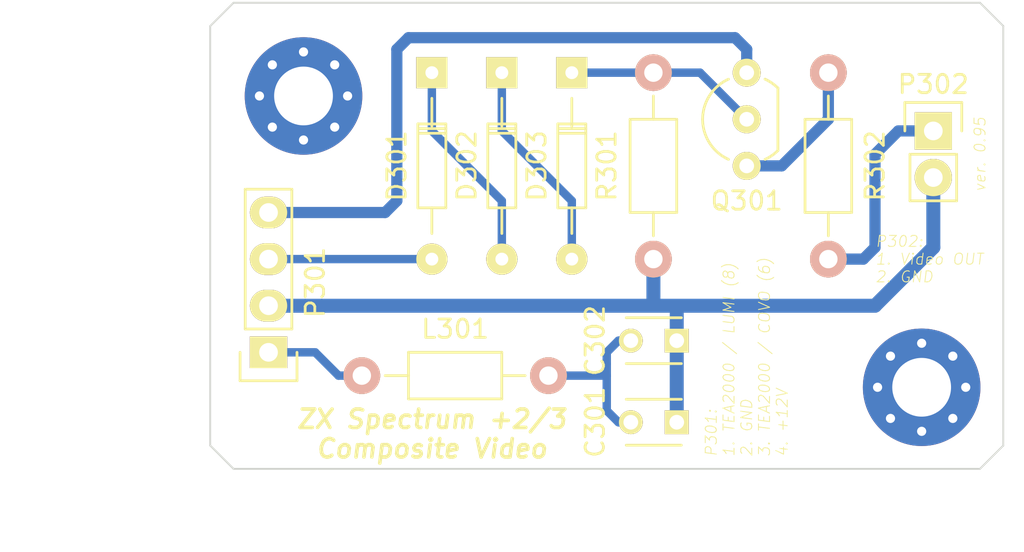
<source format=kicad_pcb>
(kicad_pcb (version 4) (host pcbnew 4.0.4-stable)

  (general
    (links 15)
    (no_connects 0)
    (area 135.839999 86.309999 179.120001 111.810001)
    (thickness 1.6)
    (drawings 18)
    (tracks 47)
    (zones 0)
    (modules 13)
    (nets 11)
  )

  (page A4)
  (title_block
    (title "ZX Spectrum +2A/3 Composite Video PCB")
    (date 2016-10-23)
    (rev 0.9)
  )

  (layers
    (0 F.Cu signal)
    (31 B.Cu signal)
    (32 B.Adhes user)
    (33 F.Adhes user)
    (34 B.Paste user)
    (35 F.Paste user)
    (36 B.SilkS user)
    (37 F.SilkS user)
    (38 B.Mask user)
    (39 F.Mask user)
    (40 Dwgs.User user)
    (41 Cmts.User user)
    (42 Eco1.User user)
    (43 Eco2.User user)
    (44 Edge.Cuts user)
    (45 Margin user hide)
    (46 B.CrtYd user)
    (47 F.CrtYd user)
    (48 B.Fab user)
    (49 F.Fab user)
  )

  (setup
    (last_trace_width 0.4572)
    (trace_clearance 0.1524)
    (zone_clearance 0.508)
    (zone_45_only no)
    (trace_min 0.1524)
    (segment_width 0.2)
    (edge_width 0.1)
    (via_size 0.6)
    (via_drill 0.4)
    (via_min_size 0.4)
    (via_min_drill 0.3)
    (uvia_size 0.3)
    (uvia_drill 0.1)
    (uvias_allowed no)
    (uvia_min_size 0.2)
    (uvia_min_drill 0.1)
    (pcb_text_width 0.3)
    (pcb_text_size 1.5 1.5)
    (mod_edge_width 0.15)
    (mod_text_size 1 1)
    (mod_text_width 0.15)
    (pad_size 1.5 1.5)
    (pad_drill 0.6)
    (pad_to_mask_clearance 0.2)
    (solder_mask_min_width 0.2)
    (aux_axis_origin 0 0)
    (grid_origin 142.24 83.185)
    (visible_elements FFFFFF7F)
    (pcbplotparams
      (layerselection 0x00030_80000001)
      (usegerberextensions false)
      (excludeedgelayer true)
      (linewidth 0.100000)
      (plotframeref false)
      (viasonmask false)
      (mode 1)
      (useauxorigin false)
      (hpglpennumber 1)
      (hpglpenspeed 20)
      (hpglpendiameter 15)
      (hpglpenoverlay 2)
      (psnegative false)
      (psa4output false)
      (plotreference true)
      (plotvalue true)
      (plotinvisibletext false)
      (padsonsilk false)
      (subtractmaskfromsilk false)
      (outputformat 1)
      (mirror false)
      (drillshape 1)
      (scaleselection 1)
      (outputdirectory ""))
  )

  (net 0 "")
  (net 1 "Net-(C301-Pad1)")
  (net 2 "Net-(C301-Pad2)")
  (net 3 "Net-(D301-Pad2)")
  (net 4 "Net-(D301-Pad1)")
  (net 5 "Net-(D302-Pad1)")
  (net 6 "Net-(D303-Pad1)")
  (net 7 "Net-(L301-Pad1)")
  (net 8 "Net-(P301-Pad4)")
  (net 9 "Net-(P302-Pad1)")
  (net 10 "Net-(Q301-Pad1)")

  (net_class Default "This is the default net class."
    (clearance 0.1524)
    (trace_width 0.4572)
    (via_dia 0.6)
    (via_drill 0.4)
    (uvia_dia 0.3)
    (uvia_drill 0.1)
    (add_net "Net-(C301-Pad2)")
    (add_net "Net-(D301-Pad1)")
    (add_net "Net-(D301-Pad2)")
    (add_net "Net-(D302-Pad1)")
    (add_net "Net-(D303-Pad1)")
    (add_net "Net-(L301-Pad1)")
  )

  (net_class +12 ""
    (clearance 0.1524)
    (trace_width 0.6096)
    (via_dia 0.6)
    (via_drill 0.4)
    (uvia_dia 0.3)
    (uvia_drill 0.1)
    (add_net "Net-(P301-Pad4)")
  )

  (net_class COVO ""
    (clearance 0.1524)
    (trace_width 0.6096)
    (via_dia 0.6)
    (via_drill 0.4)
    (uvia_dia 0.3)
    (uvia_drill 0.1)
    (add_net "Net-(P302-Pad1)")
    (add_net "Net-(Q301-Pad1)")
  )

  (net_class GND ""
    (clearance 0.1524)
    (trace_width 0.762)
    (via_dia 0.6)
    (via_drill 0.4)
    (uvia_dia 0.3)
    (uvia_drill 0.1)
    (add_net "Net-(C301-Pad1)")
  )

  (module Diodes_ThroughHole:Diode_DO-35_SOD27_Horizontal_RM10 (layer F.Cu) (tedit 58112246) (tstamp 58112228)
    (at 147.955 90.17 270)
    (descr "Diode, DO-35,  SOD27, Horizontal, RM 10mm")
    (tags "Diode, DO-35, SOD27, Horizontal, RM 10mm, 1N4148,")
    (path /580CD9B0)
    (fp_text reference D301 (at 5.08 1.905 270) (layer F.SilkS)
      (effects (font (size 1 1) (thickness 0.15)))
    )
    (fp_text value 1N4148 (at 4.41452 -3.55854 270) (layer F.Fab)
      (effects (font (size 1 1) (thickness 0.15)))
    )
    (fp_line (start 7.36652 -0.00254) (end 8.76352 -0.00254) (layer F.SilkS) (width 0.15))
    (fp_line (start 2.92152 -0.00254) (end 1.39752 -0.00254) (layer F.SilkS) (width 0.15))
    (fp_line (start 3.30252 -0.76454) (end 3.30252 0.75946) (layer F.SilkS) (width 0.15))
    (fp_line (start 3.04852 -0.76454) (end 3.04852 0.75946) (layer F.SilkS) (width 0.15))
    (fp_line (start 2.79452 -0.00254) (end 2.79452 0.75946) (layer F.SilkS) (width 0.15))
    (fp_line (start 2.79452 0.75946) (end 7.36652 0.75946) (layer F.SilkS) (width 0.15))
    (fp_line (start 7.36652 0.75946) (end 7.36652 -0.76454) (layer F.SilkS) (width 0.15))
    (fp_line (start 7.36652 -0.76454) (end 2.79452 -0.76454) (layer F.SilkS) (width 0.15))
    (fp_line (start 2.79452 -0.76454) (end 2.79452 -0.00254) (layer F.SilkS) (width 0.15))
    (pad 2 thru_hole circle (at 10.16052 -0.00254 90) (size 1.69926 1.69926) (drill 0.70104) (layers *.Cu *.Mask F.SilkS)
      (net 3 "Net-(D301-Pad2)"))
    (pad 1 thru_hole rect (at 0.00052 -0.00254 90) (size 1.69926 1.69926) (drill 0.70104) (layers *.Cu *.Mask F.SilkS)
      (net 4 "Net-(D301-Pad1)"))
    (model Diodes_ThroughHole.3dshapes/Diode_DO-35_SOD27_Horizontal_RM10.wrl
      (at (xyz 0.2 0 0))
      (scale (xyz 0.4 0.4 0.4))
      (rotate (xyz 0 0 180))
    )
  )

  (module Capacitors_ThroughHole:C_Disc_D3_P2.5 (layer F.Cu) (tedit 5811225A) (tstamp 5811220D)
    (at 161.29 109.22 180)
    (descr "Capacitor 3mm Disc, Pitch 2.5mm")
    (tags Capacitor)
    (path /580CDFC5)
    (fp_text reference C301 (at 4.445 0 270) (layer F.SilkS)
      (effects (font (size 1 1) (thickness 0.15)))
    )
    (fp_text value 39p (at 1.25 2.5 180) (layer F.Fab)
      (effects (font (size 1 1) (thickness 0.15)))
    )
    (fp_line (start -0.9 -1.5) (end 3.4 -1.5) (layer F.CrtYd) (width 0.05))
    (fp_line (start 3.4 -1.5) (end 3.4 1.5) (layer F.CrtYd) (width 0.05))
    (fp_line (start 3.4 1.5) (end -0.9 1.5) (layer F.CrtYd) (width 0.05))
    (fp_line (start -0.9 1.5) (end -0.9 -1.5) (layer F.CrtYd) (width 0.05))
    (fp_line (start -0.25 -1.25) (end 2.75 -1.25) (layer F.SilkS) (width 0.15))
    (fp_line (start 2.75 1.25) (end -0.25 1.25) (layer F.SilkS) (width 0.15))
    (pad 1 thru_hole rect (at 0 0 180) (size 1.3 1.3) (drill 0.8) (layers *.Cu *.Mask F.SilkS)
      (net 1 "Net-(C301-Pad1)"))
    (pad 2 thru_hole circle (at 2.5 0 180) (size 1.3 1.3) (drill 0.8001) (layers *.Cu *.Mask F.SilkS)
      (net 2 "Net-(C301-Pad2)"))
    (model Capacitors_ThroughHole.3dshapes/C_Disc_D3_P2.5.wrl
      (at (xyz 0.0492126 0 0))
      (scale (xyz 1 1 1))
      (rotate (xyz 0 0 0))
    )
  )

  (module Capacitors_ThroughHole:C_Disc_D3_P2.5 (layer F.Cu) (tedit 582DFF53) (tstamp 58112219)
    (at 161.29 104.775 180)
    (descr "Capacitor 3mm Disc, Pitch 2.5mm")
    (tags Capacitor)
    (path /580CE4BD)
    (fp_text reference C302 (at 4.445 0 450) (layer F.SilkS)
      (effects (font (size 1 1) (thickness 0.15)))
    )
    (fp_text value 47p (at 1.25 2.5 180) (layer F.Fab)
      (effects (font (size 1 1) (thickness 0.15)))
    )
    (fp_line (start -0.9 -1.5) (end 3.4 -1.5) (layer F.CrtYd) (width 0.05))
    (fp_line (start 3.4 -1.5) (end 3.4 1.5) (layer F.CrtYd) (width 0.05))
    (fp_line (start 3.4 1.5) (end -0.9 1.5) (layer F.CrtYd) (width 0.05))
    (fp_line (start -0.9 1.5) (end -0.9 -1.5) (layer F.CrtYd) (width 0.05))
    (fp_line (start -0.25 -1.25) (end 2.75 -1.25) (layer F.SilkS) (width 0.15))
    (fp_line (start 2.75 1.25) (end -0.25 1.25) (layer F.SilkS) (width 0.15))
    (pad 1 thru_hole rect (at 0 0 180) (size 1.3 1.3) (drill 0.8) (layers *.Cu *.Mask F.SilkS)
      (net 1 "Net-(C301-Pad1)"))
    (pad 2 thru_hole circle (at 2.5 0 180) (size 1.3 1.3) (drill 0.8001) (layers *.Cu *.Mask F.SilkS)
      (net 2 "Net-(C301-Pad2)"))
    (model Capacitors_ThroughHole.3dshapes/C_Disc_D3_P2.5.wrl
      (at (xyz 0.0492126 0 0))
      (scale (xyz 1 1 1))
      (rotate (xyz 0 0 0))
    )
  )

  (module Diodes_ThroughHole:Diode_DO-35_SOD27_Horizontal_RM10 (layer F.Cu) (tedit 58112249) (tstamp 58112237)
    (at 151.765 90.17 270)
    (descr "Diode, DO-35,  SOD27, Horizontal, RM 10mm")
    (tags "Diode, DO-35, SOD27, Horizontal, RM 10mm, 1N4148,")
    (path /580CDA6D)
    (fp_text reference D302 (at 5.08 1.905 270) (layer F.SilkS)
      (effects (font (size 1 1) (thickness 0.15)))
    )
    (fp_text value 1N4148 (at 4.41452 -3.55854 270) (layer F.Fab)
      (effects (font (size 1 1) (thickness 0.15)))
    )
    (fp_line (start 7.36652 -0.00254) (end 8.76352 -0.00254) (layer F.SilkS) (width 0.15))
    (fp_line (start 2.92152 -0.00254) (end 1.39752 -0.00254) (layer F.SilkS) (width 0.15))
    (fp_line (start 3.30252 -0.76454) (end 3.30252 0.75946) (layer F.SilkS) (width 0.15))
    (fp_line (start 3.04852 -0.76454) (end 3.04852 0.75946) (layer F.SilkS) (width 0.15))
    (fp_line (start 2.79452 -0.00254) (end 2.79452 0.75946) (layer F.SilkS) (width 0.15))
    (fp_line (start 2.79452 0.75946) (end 7.36652 0.75946) (layer F.SilkS) (width 0.15))
    (fp_line (start 7.36652 0.75946) (end 7.36652 -0.76454) (layer F.SilkS) (width 0.15))
    (fp_line (start 7.36652 -0.76454) (end 2.79452 -0.76454) (layer F.SilkS) (width 0.15))
    (fp_line (start 2.79452 -0.76454) (end 2.79452 -0.00254) (layer F.SilkS) (width 0.15))
    (pad 2 thru_hole circle (at 10.16052 -0.00254 90) (size 1.69926 1.69926) (drill 0.70104) (layers *.Cu *.Mask F.SilkS)
      (net 4 "Net-(D301-Pad1)"))
    (pad 1 thru_hole rect (at 0.00052 -0.00254 90) (size 1.69926 1.69926) (drill 0.70104) (layers *.Cu *.Mask F.SilkS)
      (net 5 "Net-(D302-Pad1)"))
    (model Diodes_ThroughHole.3dshapes/Diode_DO-35_SOD27_Horizontal_RM10.wrl
      (at (xyz 0.2 0 0))
      (scale (xyz 0.4 0.4 0.4))
      (rotate (xyz 0 0 180))
    )
  )

  (module Diodes_ThroughHole:Diode_DO-35_SOD27_Horizontal_RM10 (layer F.Cu) (tedit 5811224B) (tstamp 58112246)
    (at 155.575 90.17 270)
    (descr "Diode, DO-35,  SOD27, Horizontal, RM 10mm")
    (tags "Diode, DO-35, SOD27, Horizontal, RM 10mm, 1N4148,")
    (path /580CDAC7)
    (fp_text reference D303 (at 5.08 1.905 270) (layer F.SilkS)
      (effects (font (size 1 1) (thickness 0.15)))
    )
    (fp_text value 1N4148 (at 4.41452 -3.55854 270) (layer F.Fab)
      (effects (font (size 1 1) (thickness 0.15)))
    )
    (fp_line (start 7.36652 -0.00254) (end 8.76352 -0.00254) (layer F.SilkS) (width 0.15))
    (fp_line (start 2.92152 -0.00254) (end 1.39752 -0.00254) (layer F.SilkS) (width 0.15))
    (fp_line (start 3.30252 -0.76454) (end 3.30252 0.75946) (layer F.SilkS) (width 0.15))
    (fp_line (start 3.04852 -0.76454) (end 3.04852 0.75946) (layer F.SilkS) (width 0.15))
    (fp_line (start 2.79452 -0.00254) (end 2.79452 0.75946) (layer F.SilkS) (width 0.15))
    (fp_line (start 2.79452 0.75946) (end 7.36652 0.75946) (layer F.SilkS) (width 0.15))
    (fp_line (start 7.36652 0.75946) (end 7.36652 -0.76454) (layer F.SilkS) (width 0.15))
    (fp_line (start 7.36652 -0.76454) (end 2.79452 -0.76454) (layer F.SilkS) (width 0.15))
    (fp_line (start 2.79452 -0.76454) (end 2.79452 -0.00254) (layer F.SilkS) (width 0.15))
    (pad 2 thru_hole circle (at 10.16052 -0.00254 90) (size 1.69926 1.69926) (drill 0.70104) (layers *.Cu *.Mask F.SilkS)
      (net 5 "Net-(D302-Pad1)"))
    (pad 1 thru_hole rect (at 0.00052 -0.00254 90) (size 1.69926 1.69926) (drill 0.70104) (layers *.Cu *.Mask F.SilkS)
      (net 6 "Net-(D303-Pad1)"))
    (model Diodes_ThroughHole.3dshapes/Diode_DO-35_SOD27_Horizontal_RM10.wrl
      (at (xyz 0.2 0 0))
      (scale (xyz 0.4 0.4 0.4))
      (rotate (xyz 0 0 180))
    )
  )

  (module Resistors_ThroughHole:Resistor_Horizontal_RM10mm (layer F.Cu) (tedit 58112256) (tstamp 58112256)
    (at 144.145 106.68)
    (descr "Resistor, Axial,  RM 10mm, 1/3W")
    (tags "Resistor Axial RM 10mm 1/3W")
    (path /580CDF7F)
    (fp_text reference L301 (at 5.08 -2.54) (layer F.SilkS)
      (effects (font (size 1 1) (thickness 0.15)))
    )
    (fp_text value 15m (at 5.08 3.81) (layer F.Fab)
      (effects (font (size 1 1) (thickness 0.15)))
    )
    (fp_line (start -1.25 -1.5) (end 11.4 -1.5) (layer F.CrtYd) (width 0.05))
    (fp_line (start -1.25 1.5) (end -1.25 -1.5) (layer F.CrtYd) (width 0.05))
    (fp_line (start 11.4 -1.5) (end 11.4 1.5) (layer F.CrtYd) (width 0.05))
    (fp_line (start -1.25 1.5) (end 11.4 1.5) (layer F.CrtYd) (width 0.05))
    (fp_line (start 2.54 -1.27) (end 7.62 -1.27) (layer F.SilkS) (width 0.15))
    (fp_line (start 7.62 -1.27) (end 7.62 1.27) (layer F.SilkS) (width 0.15))
    (fp_line (start 7.62 1.27) (end 2.54 1.27) (layer F.SilkS) (width 0.15))
    (fp_line (start 2.54 1.27) (end 2.54 -1.27) (layer F.SilkS) (width 0.15))
    (fp_line (start 2.54 0) (end 1.27 0) (layer F.SilkS) (width 0.15))
    (fp_line (start 7.62 0) (end 8.89 0) (layer F.SilkS) (width 0.15))
    (pad 1 thru_hole circle (at 0 0) (size 1.99898 1.99898) (drill 1.00076) (layers *.Cu *.SilkS *.Mask)
      (net 7 "Net-(L301-Pad1)"))
    (pad 2 thru_hole circle (at 10.16 0) (size 1.99898 1.99898) (drill 1.00076) (layers *.Cu *.SilkS *.Mask)
      (net 2 "Net-(C301-Pad2)"))
    (model Resistors_ThroughHole.3dshapes/Resistor_Horizontal_RM10mm.wrl
      (at (xyz 0.2 0 0))
      (scale (xyz 0.4 0.4 0.4))
      (rotate (xyz 0 0 0))
    )
  )

  (module Pin_Headers:Pin_Header_Straight_1x04 (layer F.Cu) (tedit 58112287) (tstamp 58112269)
    (at 139.065 105.41 180)
    (descr "Through hole pin header")
    (tags "pin header")
    (path /581061D0)
    (fp_text reference P301 (at -2.54 3.81 270) (layer F.SilkS)
      (effects (font (size 1 1) (thickness 0.15)))
    )
    (fp_text value CONN_01X04 (at 0 -3.1 180) (layer F.Fab)
      (effects (font (size 1 1) (thickness 0.15)))
    )
    (fp_line (start -1.75 -1.75) (end -1.75 9.4) (layer F.CrtYd) (width 0.05))
    (fp_line (start 1.75 -1.75) (end 1.75 9.4) (layer F.CrtYd) (width 0.05))
    (fp_line (start -1.75 -1.75) (end 1.75 -1.75) (layer F.CrtYd) (width 0.05))
    (fp_line (start -1.75 9.4) (end 1.75 9.4) (layer F.CrtYd) (width 0.05))
    (fp_line (start -1.27 1.27) (end -1.27 8.89) (layer F.SilkS) (width 0.15))
    (fp_line (start 1.27 1.27) (end 1.27 8.89) (layer F.SilkS) (width 0.15))
    (fp_line (start 1.55 -1.55) (end 1.55 0) (layer F.SilkS) (width 0.15))
    (fp_line (start -1.27 8.89) (end 1.27 8.89) (layer F.SilkS) (width 0.15))
    (fp_line (start 1.27 1.27) (end -1.27 1.27) (layer F.SilkS) (width 0.15))
    (fp_line (start -1.55 0) (end -1.55 -1.55) (layer F.SilkS) (width 0.15))
    (fp_line (start -1.55 -1.55) (end 1.55 -1.55) (layer F.SilkS) (width 0.15))
    (pad 1 thru_hole rect (at 0 0 180) (size 2.032 1.7272) (drill 1.016) (layers *.Cu *.Mask F.SilkS)
      (net 7 "Net-(L301-Pad1)"))
    (pad 2 thru_hole oval (at 0 2.54 180) (size 2.032 1.7272) (drill 1.016) (layers *.Cu *.Mask F.SilkS)
      (net 1 "Net-(C301-Pad1)"))
    (pad 3 thru_hole oval (at 0 5.08 180) (size 2.032 1.7272) (drill 1.016) (layers *.Cu *.Mask F.SilkS)
      (net 3 "Net-(D301-Pad2)"))
    (pad 4 thru_hole oval (at 0 7.62 180) (size 2.032 1.7272) (drill 1.016) (layers *.Cu *.Mask F.SilkS)
      (net 8 "Net-(P301-Pad4)"))
    (model Pin_Headers.3dshapes/Pin_Header_Straight_1x04.wrl
      (at (xyz 0 -0.15 0))
      (scale (xyz 1 1 1))
      (rotate (xyz 0 0 90))
    )
  )

  (module Pin_Headers:Pin_Header_Straight_1x02 (layer F.Cu) (tedit 5811239E) (tstamp 5811227A)
    (at 175.26 93.345)
    (descr "Through hole pin header")
    (tags "pin header")
    (path /580CE2F9)
    (fp_text reference P302 (at 0 -2.54) (layer F.SilkS)
      (effects (font (size 1 1) (thickness 0.15)))
    )
    (fp_text value CONN_01X02 (at 0 -3.1) (layer F.Fab)
      (effects (font (size 1 1) (thickness 0.15)))
    )
    (fp_line (start 1.27 1.27) (end 1.27 3.81) (layer F.SilkS) (width 0.15))
    (fp_line (start 1.55 -1.55) (end 1.55 0) (layer F.SilkS) (width 0.15))
    (fp_line (start -1.75 -1.75) (end -1.75 4.3) (layer F.CrtYd) (width 0.05))
    (fp_line (start 1.75 -1.75) (end 1.75 4.3) (layer F.CrtYd) (width 0.05))
    (fp_line (start -1.75 -1.75) (end 1.75 -1.75) (layer F.CrtYd) (width 0.05))
    (fp_line (start -1.75 4.3) (end 1.75 4.3) (layer F.CrtYd) (width 0.05))
    (fp_line (start 1.27 1.27) (end -1.27 1.27) (layer F.SilkS) (width 0.15))
    (fp_line (start -1.55 0) (end -1.55 -1.55) (layer F.SilkS) (width 0.15))
    (fp_line (start -1.55 -1.55) (end 1.55 -1.55) (layer F.SilkS) (width 0.15))
    (fp_line (start -1.27 1.27) (end -1.27 3.81) (layer F.SilkS) (width 0.15))
    (fp_line (start -1.27 3.81) (end 1.27 3.81) (layer F.SilkS) (width 0.15))
    (pad 1 thru_hole rect (at 0 0) (size 2.032 2.032) (drill 1.016) (layers *.Cu *.Mask F.SilkS)
      (net 9 "Net-(P302-Pad1)"))
    (pad 2 thru_hole oval (at 0 2.54) (size 2.032 2.032) (drill 1.016) (layers *.Cu *.Mask F.SilkS)
      (net 1 "Net-(C301-Pad1)"))
    (model Pin_Headers.3dshapes/Pin_Header_Straight_1x02.wrl
      (at (xyz 0 -0.05 0))
      (scale (xyz 1 1 1))
      (rotate (xyz 0 0 90))
    )
  )

  (module TO_SOT_Packages_THT:TO-92_Inline_Wide (layer F.Cu) (tedit 582E013D) (tstamp 5811228A)
    (at 165.1 95.25 90)
    (descr "TO-92 leads in-line, wide, drill 0.8mm (see NXP sot054_po.pdf)")
    (tags "to-92 sc-43 sc-43a sot54 PA33 transistor")
    (path /580CDC16)
    (fp_text reference Q301 (at -1.905 0 360) (layer F.SilkS)
      (effects (font (size 1 1) (thickness 0.15)))
    )
    (fp_text value 2N3904 (at 0 3 90) (layer F.Fab)
      (effects (font (size 1 1) (thickness 0.15)))
    )
    (fp_arc (start 2.54 0) (end 0.84 1.7) (angle 20.5) (layer F.SilkS) (width 0.15))
    (fp_arc (start 2.54 0) (end 4.24 1.7) (angle -20.5) (layer F.SilkS) (width 0.15))
    (fp_line (start -1 1.95) (end -1 -2.65) (layer F.CrtYd) (width 0.05))
    (fp_line (start -1 1.95) (end 6.1 1.95) (layer F.CrtYd) (width 0.05))
    (fp_line (start 0.84 1.7) (end 4.24 1.7) (layer F.SilkS) (width 0.15))
    (fp_arc (start 2.54 0) (end 2.54 -2.4) (angle -65.55604127) (layer F.SilkS) (width 0.15))
    (fp_arc (start 2.54 0) (end 2.54 -2.4) (angle 65.55604127) (layer F.SilkS) (width 0.15))
    (fp_line (start -1 -2.65) (end 6.1 -2.65) (layer F.CrtYd) (width 0.05))
    (fp_line (start 6.1 1.95) (end 6.1 -2.65) (layer F.CrtYd) (width 0.05))
    (pad 2 thru_hole circle (at 2.54 0 180) (size 1.524 1.524) (drill 0.8) (layers *.Cu *.Mask F.SilkS)
      (net 6 "Net-(D303-Pad1)"))
    (pad 3 thru_hole circle (at 5.08 0 180) (size 1.524 1.524) (drill 0.8) (layers *.Cu *.Mask F.SilkS)
      (net 8 "Net-(P301-Pad4)"))
    (pad 1 thru_hole circle (at 0 0 180) (size 1.524 1.524) (drill 0.8) (layers *.Cu *.Mask F.SilkS)
      (net 10 "Net-(Q301-Pad1)"))
    (model TO_SOT_Packages_THT.3dshapes/TO-92_Inline_Wide.wrl
      (at (xyz 0.1 0 0))
      (scale (xyz 1 1 1))
      (rotate (xyz 0 0 -90))
    )
  )

  (module Resistors_ThroughHole:Resistor_Horizontal_RM10mm (layer F.Cu) (tedit 58112238) (tstamp 5811229A)
    (at 160.02 90.17 270)
    (descr "Resistor, Axial,  RM 10mm, 1/3W")
    (tags "Resistor Axial RM 10mm 1/3W")
    (path /580CDCA0)
    (fp_text reference R301 (at 5.08 2.54 270) (layer F.SilkS)
      (effects (font (size 1 1) (thickness 0.15)))
    )
    (fp_text value 1.5k (at 5.08 3.81 270) (layer F.Fab)
      (effects (font (size 1 1) (thickness 0.15)))
    )
    (fp_line (start -1.25 -1.5) (end 11.4 -1.5) (layer F.CrtYd) (width 0.05))
    (fp_line (start -1.25 1.5) (end -1.25 -1.5) (layer F.CrtYd) (width 0.05))
    (fp_line (start 11.4 -1.5) (end 11.4 1.5) (layer F.CrtYd) (width 0.05))
    (fp_line (start -1.25 1.5) (end 11.4 1.5) (layer F.CrtYd) (width 0.05))
    (fp_line (start 2.54 -1.27) (end 7.62 -1.27) (layer F.SilkS) (width 0.15))
    (fp_line (start 7.62 -1.27) (end 7.62 1.27) (layer F.SilkS) (width 0.15))
    (fp_line (start 7.62 1.27) (end 2.54 1.27) (layer F.SilkS) (width 0.15))
    (fp_line (start 2.54 1.27) (end 2.54 -1.27) (layer F.SilkS) (width 0.15))
    (fp_line (start 2.54 0) (end 1.27 0) (layer F.SilkS) (width 0.15))
    (fp_line (start 7.62 0) (end 8.89 0) (layer F.SilkS) (width 0.15))
    (pad 1 thru_hole circle (at 0 0 270) (size 1.99898 1.99898) (drill 1.00076) (layers *.Cu *.SilkS *.Mask)
      (net 6 "Net-(D303-Pad1)"))
    (pad 2 thru_hole circle (at 10.16 0 270) (size 1.99898 1.99898) (drill 1.00076) (layers *.Cu *.SilkS *.Mask)
      (net 1 "Net-(C301-Pad1)"))
    (model Resistors_ThroughHole.3dshapes/Resistor_Horizontal_RM10mm.wrl
      (at (xyz 0.2 0 0))
      (scale (xyz 0.4 0.4 0.4))
      (rotate (xyz 0 0 0))
    )
  )

  (module Resistors_ThroughHole:Resistor_Horizontal_RM10mm (layer F.Cu) (tedit 582E013B) (tstamp 581122AA)
    (at 169.545 100.33 90)
    (descr "Resistor, Axial,  RM 10mm, 1/3W")
    (tags "Resistor Axial RM 10mm 1/3W")
    (path /580CDCD1)
    (fp_text reference R302 (at 5.08 2.54 90) (layer F.SilkS)
      (effects (font (size 1 1) (thickness 0.15)))
    )
    (fp_text value 75 (at 5.08 3.81 90) (layer F.Fab)
      (effects (font (size 1 1) (thickness 0.15)))
    )
    (fp_line (start -1.25 -1.5) (end 11.4 -1.5) (layer F.CrtYd) (width 0.05))
    (fp_line (start -1.25 1.5) (end -1.25 -1.5) (layer F.CrtYd) (width 0.05))
    (fp_line (start 11.4 -1.5) (end 11.4 1.5) (layer F.CrtYd) (width 0.05))
    (fp_line (start -1.25 1.5) (end 11.4 1.5) (layer F.CrtYd) (width 0.05))
    (fp_line (start 2.54 -1.27) (end 7.62 -1.27) (layer F.SilkS) (width 0.15))
    (fp_line (start 7.62 -1.27) (end 7.62 1.27) (layer F.SilkS) (width 0.15))
    (fp_line (start 7.62 1.27) (end 2.54 1.27) (layer F.SilkS) (width 0.15))
    (fp_line (start 2.54 1.27) (end 2.54 -1.27) (layer F.SilkS) (width 0.15))
    (fp_line (start 2.54 0) (end 1.27 0) (layer F.SilkS) (width 0.15))
    (fp_line (start 7.62 0) (end 8.89 0) (layer F.SilkS) (width 0.15))
    (pad 1 thru_hole circle (at 0 0 90) (size 1.99898 1.99898) (drill 1.00076) (layers *.Cu *.SilkS *.Mask)
      (net 9 "Net-(P302-Pad1)"))
    (pad 2 thru_hole circle (at 10.16 0 90) (size 1.99898 1.99898) (drill 1.00076) (layers *.Cu *.SilkS *.Mask)
      (net 10 "Net-(Q301-Pad1)"))
    (model Resistors_ThroughHole.3dshapes/Resistor_Horizontal_RM10mm.wrl
      (at (xyz 0.2 0 0))
      (scale (xyz 0.4 0.4 0.4))
      (rotate (xyz 0 0 0))
    )
  )

  (module Mounting_Holes:MountingHole_3.2mm_M3_Pad_Via (layer F.Cu) (tedit 582DFFAF) (tstamp 582DFD9A)
    (at 140.97 91.44)
    (descr "Mounting Hole 3.2mm, M3")
    (tags "mounting hole 3.2mm m3")
    (fp_text reference REF** (at 0 -4.2) (layer F.SilkS) hide
      (effects (font (size 1 1) (thickness 0.15)))
    )
    (fp_text value MountingHole_3.2mm_M3_Pad_Via (at 0 4.2) (layer F.Fab) hide
      (effects (font (size 1 1) (thickness 0.15)))
    )
    (fp_circle (center 0 0) (end 3.2 0) (layer Cmts.User) (width 0.15))
    (fp_circle (center 0 0) (end 3.45 0) (layer F.CrtYd) (width 0.05))
    (pad 1 thru_hole circle (at 0 0) (size 6.4 6.4) (drill 3.2) (layers *.Cu *.Mask))
    (pad "" thru_hole circle (at 2.4 0) (size 0.6 0.6) (drill 0.5) (layers *.Cu *.Mask))
    (pad "" thru_hole circle (at 1.697056 1.697056) (size 0.6 0.6) (drill 0.5) (layers *.Cu *.Mask))
    (pad "" thru_hole circle (at 0 2.4) (size 0.6 0.6) (drill 0.5) (layers *.Cu *.Mask))
    (pad "" thru_hole circle (at -1.697056 1.697056) (size 0.6 0.6) (drill 0.5) (layers *.Cu *.Mask))
    (pad "" thru_hole circle (at -2.4 0) (size 0.6 0.6) (drill 0.5) (layers *.Cu *.Mask))
    (pad "" thru_hole circle (at -1.697056 -1.697056) (size 0.6 0.6) (drill 0.5) (layers *.Cu *.Mask))
    (pad "" thru_hole circle (at 0 -2.4) (size 0.6 0.6) (drill 0.5) (layers *.Cu *.Mask))
    (pad "" thru_hole circle (at 1.697056 -1.697056) (size 0.6 0.6) (drill 0.5) (layers *.Cu *.Mask))
  )

  (module Mounting_Holes:MountingHole_3.2mm_M3_Pad_Via (layer F.Cu) (tedit 582DFFA5) (tstamp 582DFF6A)
    (at 174.625 107.315)
    (descr "Mounting Hole 3.2mm, M3")
    (tags "mounting hole 3.2mm m3")
    (fp_text reference REF** (at 0 -4.2) (layer F.SilkS) hide
      (effects (font (size 1 1) (thickness 0.15)))
    )
    (fp_text value MountingHole_3.2mm_M3_Pad_Via (at 0 4.2) (layer F.Fab) hide
      (effects (font (size 1 1) (thickness 0.15)))
    )
    (fp_circle (center 0 0) (end 3.2 0) (layer Cmts.User) (width 0.15))
    (fp_circle (center 0 0) (end 3.45 0) (layer F.CrtYd) (width 0.05))
    (pad 1 thru_hole circle (at 0 0) (size 6.4 6.4) (drill 3.2) (layers *.Cu *.Mask))
    (pad "" thru_hole circle (at 2.4 0) (size 0.6 0.6) (drill 0.5) (layers *.Cu *.Mask))
    (pad "" thru_hole circle (at 1.697056 1.697056) (size 0.6 0.6) (drill 0.5) (layers *.Cu *.Mask))
    (pad "" thru_hole circle (at 0 2.4) (size 0.6 0.6) (drill 0.5) (layers *.Cu *.Mask))
    (pad "" thru_hole circle (at -1.697056 1.697056) (size 0.6 0.6) (drill 0.5) (layers *.Cu *.Mask))
    (pad "" thru_hole circle (at -2.4 0) (size 0.6 0.6) (drill 0.5) (layers *.Cu *.Mask))
    (pad "" thru_hole circle (at -1.697056 -1.697056) (size 0.6 0.6) (drill 0.5) (layers *.Cu *.Mask))
    (pad "" thru_hole circle (at 0 -2.4) (size 0.6 0.6) (drill 0.5) (layers *.Cu *.Mask))
    (pad "" thru_hole circle (at 1.697056 -1.697056) (size 0.6 0.6) (drill 0.5) (layers *.Cu *.Mask))
  )

  (gr_text "P302:\n1. Video OUT\n2. GND" (at 172.085 100.33) (layer F.SilkS)
    (effects (font (size 0.6 0.6) (thickness 0.05) italic) (justify left))
  )
  (dimension 43.18 (width 0.3) (layer Dwgs.User)
    (gr_text "1.7000 in" (at 157.48 116.92) (layer Dwgs.User)
      (effects (font (size 1.5 1.5) (thickness 0.3)))
    )
    (feature1 (pts (xy 179.07 111.76) (xy 179.07 118.27)))
    (feature2 (pts (xy 135.89 111.76) (xy 135.89 118.27)))
    (crossbar (pts (xy 135.89 115.57) (xy 179.07 115.57)))
    (arrow1a (pts (xy 179.07 115.57) (xy 177.943496 116.156421)))
    (arrow1b (pts (xy 179.07 115.57) (xy 177.943496 114.983579)))
    (arrow2a (pts (xy 135.89 115.57) (xy 137.016504 116.156421)))
    (arrow2b (pts (xy 135.89 115.57) (xy 137.016504 114.983579)))
  )
  (gr_line (start 177.8 86.36) (end 137.16 86.36) (angle 90) (layer Edge.Cuts) (width 0.1))
  (gr_line (start 179.07 87.63) (end 177.8 86.36) (angle 90) (layer Edge.Cuts) (width 0.1))
  (gr_line (start 179.07 110.49) (end 179.07 87.63) (angle 90) (layer Edge.Cuts) (width 0.1))
  (gr_line (start 177.8 111.76) (end 179.07 110.49) (angle 90) (layer Edge.Cuts) (width 0.1))
  (gr_line (start 137.16 111.76) (end 177.8 111.76) (angle 90) (layer Edge.Cuts) (width 0.1))
  (gr_text "ver. 0.95" (at 177.8 94.615 90) (layer F.SilkS)
    (effects (font (size 0.6 0.6) (thickness 0.05) italic))
  )
  (gr_text "P301:\n1. TEA2000 / LUMI (8)\n2. GND\n3. TEA2000 / COVO (6)\n4. +12V" (at 165.1 111.125 90) (layer F.SilkS)
    (effects (font (size 0.6 0.6) (thickness 0.05) italic) (justify left))
  )
  (gr_text "ZX Spectrum +2/3\nComposite Video" (at 147.955 109.855) (layer F.SilkS)
    (effects (font (size 1 1) (thickness 0.2) italic))
  )
  (gr_line (start 135.89 87.63) (end 137.16 86.36) (angle 90) (layer Edge.Cuts) (width 0.1))
  (gr_line (start 135.89 110.49) (end 135.89 87.63) (angle 90) (layer Edge.Cuts) (width 0.1))
  (gr_line (start 137.16 111.76) (end 135.89 110.49) (angle 90) (layer Edge.Cuts) (width 0.1))
  (gr_line (start 186.69 73.025) (end 135.89 73.025) (angle 90) (layer Margin) (width 0.2))
  (gr_line (start 186.69 98.425) (end 186.69 73.025) (angle 90) (layer Margin) (width 0.2))
  (gr_line (start 135.89 98.425) (end 186.69 98.425) (angle 90) (layer Margin) (width 0.2))
  (gr_line (start 135.89 73.025) (end 135.89 98.425) (angle 90) (layer Margin) (width 0.2))
  (dimension 25.4 (width 0.3) (layer Dwgs.User)
    (gr_text "1.0000 in" (at 130.73 99.06 90) (layer Dwgs.User)
      (effects (font (size 1.5 1.5) (thickness 0.3)))
    )
    (feature1 (pts (xy 135.89 86.36) (xy 129.38 86.36)))
    (feature2 (pts (xy 135.89 111.76) (xy 129.38 111.76)))
    (crossbar (pts (xy 132.08 111.76) (xy 132.08 86.36)))
    (arrow1a (pts (xy 132.08 86.36) (xy 132.666421 87.486504)))
    (arrow1b (pts (xy 132.08 86.36) (xy 131.493579 87.486504)))
    (arrow2a (pts (xy 132.08 111.76) (xy 132.666421 110.633496)))
    (arrow2b (pts (xy 132.08 111.76) (xy 131.493579 110.633496)))
  )

  (segment (start 139.065 102.87) (end 160.02 102.87) (width 0.762) (layer B.Cu) (net 1))
  (segment (start 175.26 95.885) (end 175.26 99.695) (width 0.762) (layer B.Cu) (net 1))
  (segment (start 172.085 102.87) (end 161.29 102.87) (width 0.762) (layer B.Cu) (net 1) (tstamp 582E02B2))
  (segment (start 175.26 99.695) (end 172.085 102.87) (width 0.762) (layer B.Cu) (net 1) (tstamp 582E02AB))
  (segment (start 160.02 100.33) (end 160.02 102.87) (width 0.762) (layer B.Cu) (net 1))
  (segment (start 161.29 109.22) (end 161.29 104.775) (width 0.762) (layer B.Cu) (net 1))
  (segment (start 161.29 104.775) (end 161.29 102.87) (width 0.762) (layer B.Cu) (net 1) (tstamp 582E0243))
  (segment (start 160.02 102.87) (end 161.29 102.87) (width 0.762) (layer B.Cu) (net 1) (tstamp 582E024C))
  (segment (start 154.305 106.68) (end 157.48 106.68) (width 0.4572) (layer B.Cu) (net 2) (status 400000))
  (segment (start 158.79 104.775) (end 158.115 104.775) (width 0.4572) (layer B.Cu) (net 2))
  (segment (start 158.115 109.22) (end 158.79 109.22) (width 0.4572) (layer B.Cu) (net 2) (tstamp 582E0272))
  (segment (start 157.48 108.585) (end 158.115 109.22) (width 0.4572) (layer B.Cu) (net 2) (tstamp 582E026E))
  (segment (start 157.48 105.41) (end 157.48 106.045) (width 0.4572) (layer B.Cu) (net 2) (tstamp 582E026A))
  (segment (start 157.48 106.045) (end 157.48 106.68) (width 0.4572) (layer B.Cu) (net 2) (tstamp 582E027F))
  (segment (start 157.48 106.68) (end 157.48 108.585) (width 0.4572) (layer B.Cu) (net 2) (tstamp 582E04E7))
  (segment (start 158.115 104.775) (end 157.48 105.41) (width 0.4572) (layer B.Cu) (net 2) (tstamp 582E0267))
  (segment (start 147.95754 100.33052) (end 139.06552 100.33052) (width 0.4572) (layer B.Cu) (net 3))
  (segment (start 139.06552 100.33052) (end 139.065 100.33) (width 0.4572) (layer B.Cu) (net 3) (tstamp 582E0459))
  (segment (start 147.95754 90.17052) (end 147.95754 93.34246) (width 0.4572) (layer B.Cu) (net 4))
  (segment (start 151.76754 97.15246) (end 151.76754 100.33052) (width 0.4572) (layer B.Cu) (net 4) (tstamp 582E0206))
  (segment (start 147.95754 93.34246) (end 151.76754 97.15246) (width 0.4572) (layer B.Cu) (net 4) (tstamp 582E0205))
  (segment (start 152.4 100.32798) (end 152.40254 100.33052) (width 0.4572) (layer B.Cu) (net 4) (tstamp 58159836))
  (segment (start 151.76754 90.17052) (end 151.76754 93.34246) (width 0.4572) (layer B.Cu) (net 5))
  (segment (start 155.57754 97.15246) (end 155.57754 100.33052) (width 0.4572) (layer B.Cu) (net 5) (tstamp 582E01FD))
  (segment (start 151.76754 93.34246) (end 155.57754 97.15246) (width 0.4572) (layer B.Cu) (net 5) (tstamp 582E01FB))
  (segment (start 155.57754 90.17052) (end 160.01948 90.17052) (width 0.4572) (layer B.Cu) (net 6))
  (segment (start 160.01948 90.17052) (end 160.02 90.17) (width 0.4572) (layer B.Cu) (net 6) (tstamp 582E01E7))
  (segment (start 160.02 90.17) (end 162.56 90.17) (width 0.4572) (layer B.Cu) (net 6) (tstamp 582E01E8))
  (segment (start 162.56 90.17) (end 165.1 92.71) (width 0.4572) (layer B.Cu) (net 6) (tstamp 582E01EB))
  (segment (start 139.065 105.41) (end 141.605 105.41) (width 0.4572) (layer B.Cu) (net 7) (status 400000))
  (segment (start 142.875 106.68) (end 144.145 106.68) (width 0.4572) (layer B.Cu) (net 7) (tstamp 582E04D6) (status 800000))
  (segment (start 141.605 105.41) (end 142.875 106.68) (width 0.4572) (layer B.Cu) (net 7) (tstamp 582E04D3))
  (segment (start 165.1 90.17) (end 165.1 88.9) (width 0.6096) (layer B.Cu) (net 8))
  (segment (start 145.415 97.79) (end 139.065 97.79) (width 0.6096) (layer B.Cu) (net 8) (tstamp 582E0492))
  (segment (start 146.05 97.155) (end 145.415 97.79) (width 0.6096) (layer B.Cu) (net 8) (tstamp 582E048A))
  (segment (start 146.05 88.9) (end 146.05 97.155) (width 0.6096) (layer B.Cu) (net 8) (tstamp 582E0482))
  (segment (start 146.685 88.265) (end 146.05 88.9) (width 0.6096) (layer B.Cu) (net 8) (tstamp 582E047E))
  (segment (start 164.465 88.265) (end 146.685 88.265) (width 0.6096) (layer B.Cu) (net 8) (tstamp 582E0478))
  (segment (start 165.1 88.9) (end 164.465 88.265) (width 0.6096) (layer B.Cu) (net 8) (tstamp 582E0477))
  (segment (start 169.545 100.33) (end 171.45 100.33) (width 0.6096) (layer B.Cu) (net 9))
  (segment (start 173.355 93.345) (end 175.26 93.345) (width 0.6096) (layer B.Cu) (net 9) (tstamp 582E01D2))
  (segment (start 172.085 94.615) (end 173.355 93.345) (width 0.6096) (layer B.Cu) (net 9) (tstamp 582E01CE))
  (segment (start 172.085 99.695) (end 172.085 94.615) (width 0.6096) (layer B.Cu) (net 9) (tstamp 582E01CB))
  (segment (start 171.45 100.33) (end 172.085 99.695) (width 0.6096) (layer B.Cu) (net 9) (tstamp 582E01C4))
  (segment (start 165.1 95.25) (end 167.005 95.25) (width 0.6096) (layer B.Cu) (net 10))
  (segment (start 169.545 92.71) (end 169.545 90.17) (width 0.6096) (layer B.Cu) (net 10) (tstamp 582E01DE))
  (segment (start 167.005 95.25) (end 169.545 92.71) (width 0.6096) (layer B.Cu) (net 10) (tstamp 582E01DC))

)

</source>
